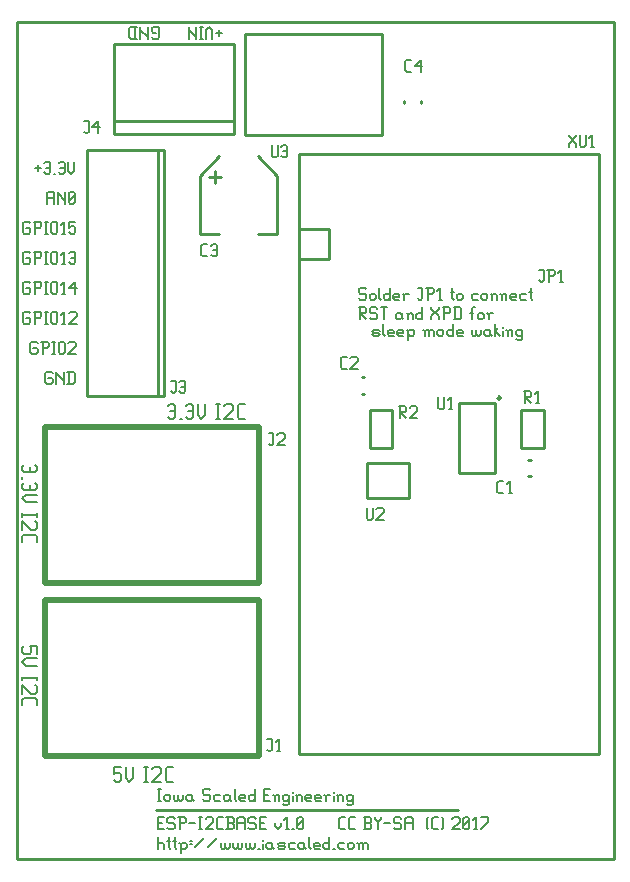
<source format=gbr>
G04 start of page 8 for group -4079 idx -4079 *
G04 Title: (unknown), topsilk *
G04 Creator: pcb 20140316 *
G04 CreationDate: Mon 17 Apr 2017 07:18:47 PM GMT UTC *
G04 For: ndholmes *
G04 Format: Gerber/RS-274X *
G04 PCB-Dimensions (mil): 2000.00 2800.00 *
G04 PCB-Coordinate-Origin: lower left *
%MOIN*%
%FSLAX25Y25*%
%LNTOPSILK*%
%ADD82C,0.0200*%
%ADD81C,0.0080*%
%ADD80C,0.0100*%
G54D80*X500Y279500D02*X199500D01*
Y500D01*
X500D01*
Y279500D01*
X47000Y17000D02*X147500D01*
G54D81*X47500Y24000D02*X48500D01*
X48000D02*Y20000D01*
X47500D02*X48500D01*
X49700Y21500D02*Y20500D01*
Y21500D02*X50200Y22000D01*
X51200D01*
X51700Y21500D01*
Y20500D01*
X51200Y20000D02*X51700Y20500D01*
X50200Y20000D02*X51200D01*
X49700Y20500D02*X50200Y20000D01*
X52900Y22000D02*Y20500D01*
X53400Y20000D01*
X53900D01*
X54400Y20500D01*
Y22000D02*Y20500D01*
X54900Y20000D01*
X55400D01*
X55900Y20500D01*
Y22000D02*Y20500D01*
X58600Y22000D02*X59100Y21500D01*
X57600Y22000D02*X58600D01*
X57100Y21500D02*X57600Y22000D01*
X57100Y21500D02*Y20500D01*
X57600Y20000D01*
X59100Y22000D02*Y20500D01*
X59600Y20000D01*
X57600D02*X58600D01*
X59100Y20500D01*
X64600Y24000D02*X65100Y23500D01*
X63100Y24000D02*X64600D01*
X62600Y23500D02*X63100Y24000D01*
X62600Y23500D02*Y22500D01*
X63100Y22000D01*
X64600D01*
X65100Y21500D01*
Y20500D01*
X64600Y20000D02*X65100Y20500D01*
X63100Y20000D02*X64600D01*
X62600Y20500D02*X63100Y20000D01*
X66800Y22000D02*X68300D01*
X66300Y21500D02*X66800Y22000D01*
X66300Y21500D02*Y20500D01*
X66800Y20000D01*
X68300D01*
X71000Y22000D02*X71500Y21500D01*
X70000Y22000D02*X71000D01*
X69500Y21500D02*X70000Y22000D01*
X69500Y21500D02*Y20500D01*
X70000Y20000D01*
X71500Y22000D02*Y20500D01*
X72000Y20000D01*
X70000D02*X71000D01*
X71500Y20500D01*
X73200Y24000D02*Y20500D01*
X73700Y20000D01*
X75200D02*X76700D01*
X74700Y20500D02*X75200Y20000D01*
X74700Y21500D02*Y20500D01*
Y21500D02*X75200Y22000D01*
X76200D01*
X76700Y21500D01*
X74700Y21000D02*X76700D01*
Y21500D02*Y21000D01*
X79900Y24000D02*Y20000D01*
X79400D02*X79900Y20500D01*
X78400Y20000D02*X79400D01*
X77900Y20500D02*X78400Y20000D01*
X77900Y21500D02*Y20500D01*
Y21500D02*X78400Y22000D01*
X79400D01*
X79900Y21500D01*
X82900Y22000D02*X84400D01*
X82900Y20000D02*X84900D01*
X82900Y24000D02*Y20000D01*
Y24000D02*X84900D01*
X86600Y21500D02*Y20000D01*
Y21500D02*X87100Y22000D01*
X87600D01*
X88100Y21500D01*
Y20000D01*
X86100Y22000D02*X86600Y21500D01*
X90800Y22000D02*X91300Y21500D01*
X89800Y22000D02*X90800D01*
X89300Y21500D02*X89800Y22000D01*
X89300Y21500D02*Y20500D01*
X89800Y20000D01*
X90800D01*
X91300Y20500D01*
X89300Y19000D02*X89800Y18500D01*
X90800D01*
X91300Y19000D01*
Y22000D02*Y19000D01*
X92500Y23000D02*Y22500D01*
Y21500D02*Y20000D01*
X94000Y21500D02*Y20000D01*
Y21500D02*X94500Y22000D01*
X95000D01*
X95500Y21500D01*
Y20000D01*
X93500Y22000D02*X94000Y21500D01*
X97200Y20000D02*X98700D01*
X96700Y20500D02*X97200Y20000D01*
X96700Y21500D02*Y20500D01*
Y21500D02*X97200Y22000D01*
X98200D01*
X98700Y21500D01*
X96700Y21000D02*X98700D01*
Y21500D02*Y21000D01*
X100400Y20000D02*X101900D01*
X99900Y20500D02*X100400Y20000D01*
X99900Y21500D02*Y20500D01*
Y21500D02*X100400Y22000D01*
X101400D01*
X101900Y21500D01*
X99900Y21000D02*X101900D01*
Y21500D02*Y21000D01*
X103600Y21500D02*Y20000D01*
Y21500D02*X104100Y22000D01*
X105100D01*
X103100D02*X103600Y21500D01*
X106300Y23000D02*Y22500D01*
Y21500D02*Y20000D01*
X107800Y21500D02*Y20000D01*
Y21500D02*X108300Y22000D01*
X108800D01*
X109300Y21500D01*
Y20000D01*
X107300Y22000D02*X107800Y21500D01*
X112000Y22000D02*X112500Y21500D01*
X111000Y22000D02*X112000D01*
X110500Y21500D02*X111000Y22000D01*
X110500Y21500D02*Y20500D01*
X111000Y20000D01*
X112000D01*
X112500Y20500D01*
X110500Y19000D02*X111000Y18500D01*
X112000D01*
X112500Y19000D01*
Y22000D02*Y19000D01*
X33000Y31280D02*X35440D01*
X33000D02*Y28840D01*
X33610Y29450D01*
X34830D01*
X35440Y28840D01*
Y27010D01*
X34830Y26400D02*X35440Y27010D01*
X33610Y26400D02*X34830D01*
X33000Y27010D02*X33610Y26400D01*
X36904Y31280D02*Y27620D01*
X38124Y26400D01*
X39344Y27620D01*
Y31280D02*Y27620D01*
X43004Y31280D02*X44224D01*
X43614D02*Y26400D01*
X43004D02*X44224D01*
X45688Y30670D02*X46298Y31280D01*
X48128D01*
X48738Y30670D01*
Y29450D01*
X45688Y26400D02*X48738Y29450D01*
X45688Y26400D02*X48738D01*
X50812D02*X52642D01*
X50202Y27010D02*X50812Y26400D01*
X50202Y30670D02*Y27010D01*
Y30670D02*X50812Y31280D01*
X52642D01*
X47500Y12500D02*X49000D01*
X47500Y10500D02*X49500D01*
X47500Y14500D02*Y10500D01*
Y14500D02*X49500D01*
X52700D02*X53200Y14000D01*
X51200Y14500D02*X52700D01*
X50700Y14000D02*X51200Y14500D01*
X50700Y14000D02*Y13000D01*
X51200Y12500D01*
X52700D01*
X53200Y12000D01*
Y11000D01*
X52700Y10500D02*X53200Y11000D01*
X51200Y10500D02*X52700D01*
X50700Y11000D02*X51200Y10500D01*
X54900Y14500D02*Y10500D01*
X54400Y14500D02*X56400D01*
X56900Y14000D01*
Y13000D01*
X56400Y12500D02*X56900Y13000D01*
X54900Y12500D02*X56400D01*
X58100D02*X60100D01*
X61300Y14500D02*X62300D01*
X61800D02*Y10500D01*
X61300D02*X62300D01*
X63500Y14000D02*X64000Y14500D01*
X65500D01*
X66000Y14000D01*
Y13000D01*
X63500Y10500D02*X66000Y13000D01*
X63500Y10500D02*X66000D01*
X67700D02*X69200D01*
X67200Y11000D02*X67700Y10500D01*
X67200Y14000D02*Y11000D01*
Y14000D02*X67700Y14500D01*
X69200D01*
X70400Y10500D02*X72400D01*
X72900Y11000D01*
Y12000D02*Y11000D01*
X72400Y12500D02*X72900Y12000D01*
X70900Y12500D02*X72400D01*
X70900Y14500D02*Y10500D01*
X70400Y14500D02*X72400D01*
X72900Y14000D01*
Y13000D01*
X72400Y12500D02*X72900Y13000D01*
X74100Y14000D02*Y10500D01*
Y14000D02*X74600Y14500D01*
X76100D01*
X76600Y14000D01*
Y10500D01*
X74100Y12500D02*X76600D01*
X79800Y14500D02*X80300Y14000D01*
X78300Y14500D02*X79800D01*
X77800Y14000D02*X78300Y14500D01*
X77800Y14000D02*Y13000D01*
X78300Y12500D01*
X79800D01*
X80300Y12000D01*
Y11000D01*
X79800Y10500D02*X80300Y11000D01*
X78300Y10500D02*X79800D01*
X77800Y11000D02*X78300Y10500D01*
X81500Y12500D02*X83000D01*
X81500Y10500D02*X83500D01*
X81500Y14500D02*Y10500D01*
Y14500D02*X83500D01*
X86500Y12500D02*Y11500D01*
X87500Y10500D01*
X88500Y11500D01*
Y12500D02*Y11500D01*
X90200Y10500D02*X91200D01*
X90700Y14500D02*Y10500D01*
X89700Y13500D02*X90700Y14500D01*
X92400Y10500D02*X92900D01*
X94100Y11000D02*X94600Y10500D01*
X94100Y14000D02*Y11000D01*
Y14000D02*X94600Y14500D01*
X95600D01*
X96100Y14000D01*
Y11000D01*
X95600Y10500D02*X96100Y11000D01*
X94600Y10500D02*X95600D01*
X94100Y11500D02*X96100Y13500D01*
X47500Y8000D02*Y4000D01*
Y5500D02*X48000Y6000D01*
X49000D01*
X49500Y5500D01*
Y4000D01*
X51200Y8000D02*Y4500D01*
X51700Y4000D01*
X50700Y6500D02*X51700D01*
X53200Y8000D02*Y4500D01*
X53700Y4000D01*
X52700Y6500D02*X53700D01*
X55200Y5500D02*Y2500D01*
X54700Y6000D02*X55200Y5500D01*
X55700Y6000D01*
X56700D01*
X57200Y5500D01*
Y4500D01*
X56700Y4000D02*X57200Y4500D01*
X55700Y4000D02*X56700D01*
X55200Y4500D02*X55700Y4000D01*
X58400Y6500D02*X58900D01*
X58400Y5500D02*X58900D01*
X60100Y4500D02*X63100Y7500D01*
X64300Y4500D02*X67300Y7500D01*
X68500Y6000D02*Y4500D01*
X69000Y4000D01*
X69500D01*
X70000Y4500D01*
Y6000D02*Y4500D01*
X70500Y4000D01*
X71000D01*
X71500Y4500D01*
Y6000D02*Y4500D01*
X72700Y6000D02*Y4500D01*
X73200Y4000D01*
X73700D01*
X74200Y4500D01*
Y6000D02*Y4500D01*
X74700Y4000D01*
X75200D01*
X75700Y4500D01*
Y6000D02*Y4500D01*
X76900Y6000D02*Y4500D01*
X77400Y4000D01*
X77900D01*
X78400Y4500D01*
Y6000D02*Y4500D01*
X78900Y4000D01*
X79400D01*
X79900Y4500D01*
Y6000D02*Y4500D01*
X81100Y4000D02*X81600D01*
X82800Y7000D02*Y6500D01*
Y5500D02*Y4000D01*
X85300Y6000D02*X85800Y5500D01*
X84300Y6000D02*X85300D01*
X83800Y5500D02*X84300Y6000D01*
X83800Y5500D02*Y4500D01*
X84300Y4000D01*
X85800Y6000D02*Y4500D01*
X86300Y4000D01*
X84300D02*X85300D01*
X85800Y4500D01*
X88000Y4000D02*X89500D01*
X90000Y4500D01*
X89500Y5000D02*X90000Y4500D01*
X88000Y5000D02*X89500D01*
X87500Y5500D02*X88000Y5000D01*
X87500Y5500D02*X88000Y6000D01*
X89500D01*
X90000Y5500D01*
X87500Y4500D02*X88000Y4000D01*
X91700Y6000D02*X93200D01*
X91200Y5500D02*X91700Y6000D01*
X91200Y5500D02*Y4500D01*
X91700Y4000D01*
X93200D01*
X95900Y6000D02*X96400Y5500D01*
X94900Y6000D02*X95900D01*
X94400Y5500D02*X94900Y6000D01*
X94400Y5500D02*Y4500D01*
X94900Y4000D01*
X96400Y6000D02*Y4500D01*
X96900Y4000D01*
X94900D02*X95900D01*
X96400Y4500D01*
X98100Y8000D02*Y4500D01*
X98600Y4000D01*
X100100D02*X101600D01*
X99600Y4500D02*X100100Y4000D01*
X99600Y5500D02*Y4500D01*
Y5500D02*X100100Y6000D01*
X101100D01*
X101600Y5500D01*
X99600Y5000D02*X101600D01*
Y5500D02*Y5000D01*
X104800Y8000D02*Y4000D01*
X104300D02*X104800Y4500D01*
X103300Y4000D02*X104300D01*
X102800Y4500D02*X103300Y4000D01*
X102800Y5500D02*Y4500D01*
Y5500D02*X103300Y6000D01*
X104300D01*
X104800Y5500D01*
X106000Y4000D02*X106500D01*
X108200Y6000D02*X109700D01*
X107700Y5500D02*X108200Y6000D01*
X107700Y5500D02*Y4500D01*
X108200Y4000D01*
X109700D01*
X110900Y5500D02*Y4500D01*
Y5500D02*X111400Y6000D01*
X112400D01*
X112900Y5500D01*
Y4500D01*
X112400Y4000D02*X112900Y4500D01*
X111400Y4000D02*X112400D01*
X110900Y4500D02*X111400Y4000D01*
X114600Y5500D02*Y4000D01*
Y5500D02*X115100Y6000D01*
X115600D01*
X116100Y5500D01*
Y4000D01*
Y5500D02*X116600Y6000D01*
X117100D01*
X117600Y5500D01*
Y4000D01*
X114100Y6000D02*X114600Y5500D01*
X108500Y10500D02*X110000D01*
X108000Y11000D02*X108500Y10500D01*
X108000Y14000D02*Y11000D01*
Y14000D02*X108500Y14500D01*
X110000D01*
X111700Y10500D02*X113200D01*
X111200Y11000D02*X111700Y10500D01*
X111200Y14000D02*Y11000D01*
Y14000D02*X111700Y14500D01*
X113200D01*
X116200Y10500D02*X118200D01*
X118700Y11000D01*
Y12000D02*Y11000D01*
X118200Y12500D02*X118700Y12000D01*
X116700Y12500D02*X118200D01*
X116700Y14500D02*Y10500D01*
X116200Y14500D02*X118200D01*
X118700Y14000D01*
Y13000D01*
X118200Y12500D02*X118700Y13000D01*
X119900Y14500D02*Y14000D01*
X120900Y13000D01*
X121900Y14000D01*
Y14500D02*Y14000D01*
X120900Y13000D02*Y10500D01*
X123100Y12500D02*X125100D01*
X128300Y14500D02*X128800Y14000D01*
X126800Y14500D02*X128300D01*
X126300Y14000D02*X126800Y14500D01*
X126300Y14000D02*Y13000D01*
X126800Y12500D01*
X128300D01*
X128800Y12000D01*
Y11000D01*
X128300Y10500D02*X128800Y11000D01*
X126800Y10500D02*X128300D01*
X126300Y11000D02*X126800Y10500D01*
X130000Y14000D02*Y10500D01*
Y14000D02*X130500Y14500D01*
X132000D01*
X132500Y14000D01*
Y10500D01*
X130000Y12500D02*X132500D01*
X137300Y11000D02*X137800Y10500D01*
X137300Y14000D02*X137800Y14500D01*
X137300Y14000D02*Y11000D01*
X139500Y10500D02*X141000D01*
X139000Y11000D02*X139500Y10500D01*
X139000Y14000D02*Y11000D01*
Y14000D02*X139500Y14500D01*
X141000D01*
X142200D02*X142700Y14000D01*
Y11000D01*
X142200Y10500D02*X142700Y11000D01*
X145700Y14000D02*X146200Y14500D01*
X147700D01*
X148200Y14000D01*
Y13000D01*
X145700Y10500D02*X148200Y13000D01*
X145700Y10500D02*X148200D01*
X149400Y11000D02*X149900Y10500D01*
X149400Y14000D02*Y11000D01*
Y14000D02*X149900Y14500D01*
X150900D01*
X151400Y14000D01*
Y11000D01*
X150900Y10500D02*X151400Y11000D01*
X149900Y10500D02*X150900D01*
X149400Y11500D02*X151400Y13500D01*
X153100Y10500D02*X154100D01*
X153600Y14500D02*Y10500D01*
X152600Y13500D02*X153600Y14500D01*
X155300Y10500D02*X157800Y13000D01*
Y14500D02*Y13000D01*
X155300Y14500D02*X157800D01*
X6500Y231000D02*X8500D01*
X7500Y232000D02*Y230000D01*
X9700Y232500D02*X10200Y233000D01*
X11200D01*
X11700Y232500D01*
Y229500D01*
X11200Y229000D02*X11700Y229500D01*
X10200Y229000D02*X11200D01*
X9700Y229500D02*X10200Y229000D01*
Y231000D02*X11700D01*
X12900Y229000D02*X13400D01*
X14600Y232500D02*X15100Y233000D01*
X16100D01*
X16600Y232500D01*
Y229500D01*
X16100Y229000D02*X16600Y229500D01*
X15100Y229000D02*X16100D01*
X14600Y229500D02*X15100Y229000D01*
Y231000D02*X16600D01*
X17800Y233000D02*Y230000D01*
X18800Y229000D01*
X19800Y230000D01*
Y233000D02*Y230000D01*
X10500Y222500D02*Y219000D01*
Y222500D02*X11000Y223000D01*
X12500D01*
X13000Y222500D01*
Y219000D01*
X10500Y221000D02*X13000D01*
X14200Y223000D02*Y219000D01*
Y223000D02*Y222500D01*
X16700Y220000D01*
Y223000D02*Y219000D01*
X17900Y219500D02*X18400Y219000D01*
X17900Y222500D02*Y219500D01*
Y222500D02*X18400Y223000D01*
X19400D01*
X19900Y222500D01*
Y219500D01*
X19400Y219000D02*X19900Y219500D01*
X18400Y219000D02*X19400D01*
X17900Y220000D02*X19900Y222000D01*
X4500Y213000D02*X5000Y212500D01*
X3000Y213000D02*X4500D01*
X2500Y212500D02*X3000Y213000D01*
X2500Y212500D02*Y209500D01*
X3000Y209000D01*
X4500D01*
X5000Y209500D01*
Y210500D02*Y209500D01*
X4500Y211000D02*X5000Y210500D01*
X3500Y211000D02*X4500D01*
X6700Y213000D02*Y209000D01*
X6200Y213000D02*X8200D01*
X8700Y212500D01*
Y211500D01*
X8200Y211000D02*X8700Y211500D01*
X6700Y211000D02*X8200D01*
X9900Y213000D02*X10900D01*
X10400D02*Y209000D01*
X9900D02*X10900D01*
X12100Y212500D02*Y209500D01*
Y212500D02*X12600Y213000D01*
X13600D01*
X14100Y212500D01*
Y209500D01*
X13600Y209000D02*X14100Y209500D01*
X12600Y209000D02*X13600D01*
X12100Y209500D02*X12600Y209000D01*
X15800D02*X16800D01*
X16300Y213000D02*Y209000D01*
X15300Y212000D02*X16300Y213000D01*
X18000D02*X20000D01*
X18000D02*Y211000D01*
X18500Y211500D01*
X19500D01*
X20000Y211000D01*
Y209500D01*
X19500Y209000D02*X20000Y209500D01*
X18500Y209000D02*X19500D01*
X18000Y209500D02*X18500Y209000D01*
X4500Y203000D02*X5000Y202500D01*
X3000Y203000D02*X4500D01*
X2500Y202500D02*X3000Y203000D01*
X2500Y202500D02*Y199500D01*
X3000Y199000D01*
X4500D01*
X5000Y199500D01*
Y200500D02*Y199500D01*
X4500Y201000D02*X5000Y200500D01*
X3500Y201000D02*X4500D01*
X6700Y203000D02*Y199000D01*
X6200Y203000D02*X8200D01*
X8700Y202500D01*
Y201500D01*
X8200Y201000D02*X8700Y201500D01*
X6700Y201000D02*X8200D01*
X9900Y203000D02*X10900D01*
X10400D02*Y199000D01*
X9900D02*X10900D01*
X12100Y202500D02*Y199500D01*
Y202500D02*X12600Y203000D01*
X13600D01*
X14100Y202500D01*
Y199500D01*
X13600Y199000D02*X14100Y199500D01*
X12600Y199000D02*X13600D01*
X12100Y199500D02*X12600Y199000D01*
X15800D02*X16800D01*
X16300Y203000D02*Y199000D01*
X15300Y202000D02*X16300Y203000D01*
X18000Y202500D02*X18500Y203000D01*
X19500D01*
X20000Y202500D01*
Y199500D01*
X19500Y199000D02*X20000Y199500D01*
X18500Y199000D02*X19500D01*
X18000Y199500D02*X18500Y199000D01*
Y201000D02*X20000D01*
X4500Y183000D02*X5000Y182500D01*
X3000Y183000D02*X4500D01*
X2500Y182500D02*X3000Y183000D01*
X2500Y182500D02*Y179500D01*
X3000Y179000D01*
X4500D01*
X5000Y179500D01*
Y180500D02*Y179500D01*
X4500Y181000D02*X5000Y180500D01*
X3500Y181000D02*X4500D01*
X6700Y183000D02*Y179000D01*
X6200Y183000D02*X8200D01*
X8700Y182500D01*
Y181500D01*
X8200Y181000D02*X8700Y181500D01*
X6700Y181000D02*X8200D01*
X9900Y183000D02*X10900D01*
X10400D02*Y179000D01*
X9900D02*X10900D01*
X12100Y182500D02*Y179500D01*
Y182500D02*X12600Y183000D01*
X13600D01*
X14100Y182500D01*
Y179500D01*
X13600Y179000D02*X14100Y179500D01*
X12600Y179000D02*X13600D01*
X12100Y179500D02*X12600Y179000D01*
X15800D02*X16800D01*
X16300Y183000D02*Y179000D01*
X15300Y182000D02*X16300Y183000D01*
X18000Y182500D02*X18500Y183000D01*
X20000D01*
X20500Y182500D01*
Y181500D01*
X18000Y179000D02*X20500Y181500D01*
X18000Y179000D02*X20500D01*
X4500Y193000D02*X5000Y192500D01*
X3000Y193000D02*X4500D01*
X2500Y192500D02*X3000Y193000D01*
X2500Y192500D02*Y189500D01*
X3000Y189000D01*
X4500D01*
X5000Y189500D01*
Y190500D02*Y189500D01*
X4500Y191000D02*X5000Y190500D01*
X3500Y191000D02*X4500D01*
X6700Y193000D02*Y189000D01*
X6200Y193000D02*X8200D01*
X8700Y192500D01*
Y191500D01*
X8200Y191000D02*X8700Y191500D01*
X6700Y191000D02*X8200D01*
X9900Y193000D02*X10900D01*
X10400D02*Y189000D01*
X9900D02*X10900D01*
X12100Y192500D02*Y189500D01*
Y192500D02*X12600Y193000D01*
X13600D01*
X14100Y192500D01*
Y189500D01*
X13600Y189000D02*X14100Y189500D01*
X12600Y189000D02*X13600D01*
X12100Y189500D02*X12600Y189000D01*
X15800D02*X16800D01*
X16300Y193000D02*Y189000D01*
X15300Y192000D02*X16300Y193000D01*
X18000Y191000D02*X20000Y193000D01*
X18000Y191000D02*X20500D01*
X20000Y193000D02*Y189000D01*
X6670Y132000D02*X7280Y131390D01*
Y130170D01*
X6670Y129560D01*
X3010D02*X6670D01*
X2400Y130170D02*X3010Y129560D01*
X2400Y131390D02*Y130170D01*
X3010Y132000D02*X2400Y131390D01*
X4840D02*Y129560D01*
X2400Y128096D02*Y127486D01*
X6670Y126022D02*X7280Y125412D01*
Y124192D01*
X6670Y123582D01*
X3010D02*X6670D01*
X2400Y124192D02*X3010Y123582D01*
X2400Y125412D02*Y124192D01*
X3010Y126022D02*X2400Y125412D01*
X4840D02*Y123582D01*
X3620Y122118D02*X7280D01*
X3620D02*X2400Y120898D01*
X3620Y119678D01*
X7280D01*
Y116018D02*Y114798D01*
X2400Y115408D02*X7280D01*
X2400Y116018D02*Y114798D01*
X6670Y113334D02*X7280Y112724D01*
Y110894D01*
X6670Y110284D01*
X5450D02*X6670D01*
X2400Y113334D02*X5450Y110284D01*
X2400Y113334D02*Y110284D01*
Y108210D02*Y106380D01*
X3010Y108820D02*X2400Y108210D01*
X3010Y108820D02*X6670D01*
X7280Y108210D01*
Y106380D01*
Y71500D02*Y69060D01*
X4840Y71500D02*X7280D01*
X4840D02*X5450Y70890D01*
Y69670D01*
X4840Y69060D01*
X3010D02*X4840D01*
X2400Y69670D02*X3010Y69060D01*
X2400Y70890D02*Y69670D01*
X3010Y71500D02*X2400Y70890D01*
X3620Y67596D02*X7280D01*
X3620D02*X2400Y66376D01*
X3620Y65156D01*
X7280D01*
Y61496D02*Y60276D01*
X2400Y60886D02*X7280D01*
X2400Y61496D02*Y60276D01*
X6670Y58812D02*X7280Y58202D01*
Y56372D01*
X6670Y55762D01*
X5450D02*X6670D01*
X2400Y58812D02*X5450Y55762D01*
X2400Y58812D02*Y55762D01*
Y53688D02*Y51858D01*
X3010Y54298D02*X2400Y53688D01*
X3010Y54298D02*X6670D01*
X7280Y53688D01*
Y51858D01*
X12000Y163000D02*X12500Y162500D01*
X10500Y163000D02*X12000D01*
X10000Y162500D02*X10500Y163000D01*
X10000Y162500D02*Y159500D01*
X10500Y159000D01*
X12000D01*
X12500Y159500D01*
Y160500D02*Y159500D01*
X12000Y161000D02*X12500Y160500D01*
X11000Y161000D02*X12000D01*
X13700Y163000D02*Y159000D01*
Y163000D02*Y162500D01*
X16200Y160000D01*
Y163000D02*Y159000D01*
X17900Y163000D02*Y159000D01*
X19400Y163000D02*X19900Y162500D01*
Y159500D01*
X19400Y159000D02*X19900Y159500D01*
X17400Y159000D02*X19400D01*
X17400Y163000D02*X19400D01*
X51000Y151670D02*X51610Y152280D01*
X52830D01*
X53440Y151670D01*
Y148010D01*
X52830Y147400D02*X53440Y148010D01*
X51610Y147400D02*X52830D01*
X51000Y148010D02*X51610Y147400D01*
Y149840D02*X53440D01*
X54904Y147400D02*X55514D01*
X56978Y151670D02*X57588Y152280D01*
X58808D01*
X59418Y151670D01*
Y148010D01*
X58808Y147400D02*X59418Y148010D01*
X57588Y147400D02*X58808D01*
X56978Y148010D02*X57588Y147400D01*
Y149840D02*X59418D01*
X60882Y152280D02*Y148620D01*
X62102Y147400D01*
X63322Y148620D01*
Y152280D02*Y148620D01*
X66982Y152280D02*X68202D01*
X67592D02*Y147400D01*
X66982D02*X68202D01*
X69666Y151670D02*X70276Y152280D01*
X72106D01*
X72716Y151670D01*
Y150450D01*
X69666Y147400D02*X72716Y150450D01*
X69666Y147400D02*X72716D01*
X74790D02*X76620D01*
X74180Y148010D02*X74790Y147400D01*
X74180Y151670D02*Y148010D01*
Y151670D02*X74790Y152280D01*
X76620D01*
X7000Y173000D02*X7500Y172500D01*
X5500Y173000D02*X7000D01*
X5000Y172500D02*X5500Y173000D01*
X5000Y172500D02*Y169500D01*
X5500Y169000D01*
X7000D01*
X7500Y169500D01*
Y170500D02*Y169500D01*
X7000Y171000D02*X7500Y170500D01*
X6000Y171000D02*X7000D01*
X9200Y173000D02*Y169000D01*
X8700Y173000D02*X10700D01*
X11200Y172500D01*
Y171500D01*
X10700Y171000D02*X11200Y171500D01*
X9200Y171000D02*X10700D01*
X12400Y173000D02*X13400D01*
X12900D02*Y169000D01*
X12400D02*X13400D01*
X14600Y172500D02*Y169500D01*
Y172500D02*X15100Y173000D01*
X16100D01*
X16600Y172500D01*
Y169500D01*
X16100Y169000D02*X16600Y169500D01*
X15100Y169000D02*X16100D01*
X14600Y169500D02*X15100Y169000D01*
X17800Y172500D02*X18300Y173000D01*
X19800D01*
X20300Y172500D01*
Y171500D01*
X17800Y169000D02*X20300Y171500D01*
X17800Y169000D02*X20300D01*
X46000Y274000D02*X45500Y274500D01*
X46000Y274000D02*X47500D01*
X48000Y274500D02*X47500Y274000D01*
X48000Y277500D02*Y274500D01*
Y277500D02*X47500Y278000D01*
X46000D02*X47500D01*
X46000D02*X45500Y277500D01*
Y276500D01*
X46000Y276000D02*X45500Y276500D01*
X46000Y276000D02*X47000D01*
X44300Y278000D02*Y274000D01*
Y274500D02*Y274000D01*
Y274500D02*X41800Y277000D01*
Y278000D02*Y274000D01*
X40100Y278000D02*Y274000D01*
X38600D02*X38100Y274500D01*
Y277500D02*Y274500D01*
X38600Y278000D02*X38100Y277500D01*
X38600Y278000D02*X40600D01*
X38600Y274000D02*X40600D01*
X67000Y276000D02*X69000D01*
X68000Y277000D02*Y275000D01*
X65800Y277000D02*Y274000D01*
Y277000D02*X64800Y278000D01*
X63800Y277000D01*
Y274000D01*
X61600D02*X62600D01*
X62100Y278000D02*Y274000D01*
X61600Y278000D02*X62600D01*
X60400D02*Y274000D01*
Y274500D02*Y274000D01*
Y274500D02*X57900Y277000D01*
Y278000D02*Y274000D01*
X114500Y184500D02*X116500D01*
X117000Y184000D01*
Y183000D01*
X116500Y182500D02*X117000Y183000D01*
X115000Y182500D02*X116500D01*
X115000Y184500D02*Y180500D01*
Y182500D02*X117000Y180500D01*
X120200Y184500D02*X120700Y184000D01*
X118700Y184500D02*X120200D01*
X118200Y184000D02*X118700Y184500D01*
X118200Y184000D02*Y183000D01*
X118700Y182500D01*
X120200D01*
X120700Y182000D01*
Y181000D01*
X120200Y180500D02*X120700Y181000D01*
X118700Y180500D02*X120200D01*
X118200Y181000D02*X118700Y180500D01*
X121900Y184500D02*X123900D01*
X122900D02*Y180500D01*
X128400Y182500D02*X128900Y182000D01*
X127400Y182500D02*X128400D01*
X126900Y182000D02*X127400Y182500D01*
X126900Y182000D02*Y181000D01*
X127400Y180500D01*
X128900Y182500D02*Y181000D01*
X129400Y180500D01*
X127400D02*X128400D01*
X128900Y181000D01*
X131100Y182000D02*Y180500D01*
Y182000D02*X131600Y182500D01*
X132100D01*
X132600Y182000D01*
Y180500D01*
X130600Y182500D02*X131100Y182000D01*
X135800Y184500D02*Y180500D01*
X135300D02*X135800Y181000D01*
X134300Y180500D02*X135300D01*
X133800Y181000D02*X134300Y180500D01*
X133800Y182000D02*Y181000D01*
Y182000D02*X134300Y182500D01*
X135300D01*
X135800Y182000D01*
X138800Y184500D02*Y184000D01*
X141300Y181500D01*
Y180500D01*
X138800Y181500D02*Y180500D01*
Y181500D02*X141300Y184000D01*
Y184500D02*Y184000D01*
X143000Y184500D02*Y180500D01*
X142500Y184500D02*X144500D01*
X145000Y184000D01*
Y183000D01*
X144500Y182500D02*X145000Y183000D01*
X143000Y182500D02*X144500D01*
X146700Y184500D02*Y180500D01*
X148200Y184500D02*X148700Y184000D01*
Y181000D01*
X148200Y180500D02*X148700Y181000D01*
X146200Y180500D02*X148200D01*
X146200Y184500D02*X148200D01*
X152200Y184000D02*Y180500D01*
Y184000D02*X152700Y184500D01*
X153200D01*
X151700Y182500D02*X152700D01*
X154200Y182000D02*Y181000D01*
Y182000D02*X154700Y182500D01*
X155700D01*
X156200Y182000D01*
Y181000D01*
X155700Y180500D02*X156200Y181000D01*
X154700Y180500D02*X155700D01*
X154200Y181000D02*X154700Y180500D01*
X157900Y182000D02*Y180500D01*
Y182000D02*X158400Y182500D01*
X159400D01*
X157400D02*X157900Y182000D01*
X119500Y175000D02*X121000D01*
X121500Y175500D01*
X121000Y176000D02*X121500Y175500D01*
X119500Y176000D02*X121000D01*
X119000Y176500D02*X119500Y176000D01*
X119000Y176500D02*X119500Y177000D01*
X121000D01*
X121500Y176500D01*
X119000Y175500D02*X119500Y175000D01*
X122700Y179000D02*Y175500D01*
X123200Y175000D01*
X124700D02*X126200D01*
X124200Y175500D02*X124700Y175000D01*
X124200Y176500D02*Y175500D01*
Y176500D02*X124700Y177000D01*
X125700D01*
X126200Y176500D01*
X124200Y176000D02*X126200D01*
Y176500D02*Y176000D01*
X127900Y175000D02*X129400D01*
X127400Y175500D02*X127900Y175000D01*
X127400Y176500D02*Y175500D01*
Y176500D02*X127900Y177000D01*
X128900D01*
X129400Y176500D01*
X127400Y176000D02*X129400D01*
Y176500D02*Y176000D01*
X131100Y176500D02*Y173500D01*
X130600Y177000D02*X131100Y176500D01*
X131600Y177000D01*
X132600D01*
X133100Y176500D01*
Y175500D01*
X132600Y175000D02*X133100Y175500D01*
X131600Y175000D02*X132600D01*
X131100Y175500D02*X131600Y175000D01*
X136600Y176500D02*Y175000D01*
Y176500D02*X137100Y177000D01*
X137600D01*
X138100Y176500D01*
Y175000D01*
Y176500D02*X138600Y177000D01*
X139100D01*
X139600Y176500D01*
Y175000D01*
X136100Y177000D02*X136600Y176500D01*
X140800D02*Y175500D01*
Y176500D02*X141300Y177000D01*
X142300D01*
X142800Y176500D01*
Y175500D01*
X142300Y175000D02*X142800Y175500D01*
X141300Y175000D02*X142300D01*
X140800Y175500D02*X141300Y175000D01*
X146000Y179000D02*Y175000D01*
X145500D02*X146000Y175500D01*
X144500Y175000D02*X145500D01*
X144000Y175500D02*X144500Y175000D01*
X144000Y176500D02*Y175500D01*
Y176500D02*X144500Y177000D01*
X145500D01*
X146000Y176500D01*
X147700Y175000D02*X149200D01*
X147200Y175500D02*X147700Y175000D01*
X147200Y176500D02*Y175500D01*
Y176500D02*X147700Y177000D01*
X148700D01*
X149200Y176500D01*
X147200Y176000D02*X149200D01*
Y176500D02*Y176000D01*
X152200Y177000D02*Y175500D01*
X152700Y175000D01*
X153200D01*
X153700Y175500D01*
Y177000D02*Y175500D01*
X154200Y175000D01*
X154700D01*
X155200Y175500D01*
Y177000D02*Y175500D01*
X157900Y177000D02*X158400Y176500D01*
X156900Y177000D02*X157900D01*
X156400Y176500D02*X156900Y177000D01*
X156400Y176500D02*Y175500D01*
X156900Y175000D01*
X158400Y177000D02*Y175500D01*
X158900Y175000D01*
X156900D02*X157900D01*
X158400Y175500D01*
X160100Y179000D02*Y175000D01*
Y176500D02*X161600Y175000D01*
X160100Y176500D02*X161100Y177500D01*
X162800Y178000D02*Y177500D01*
Y176500D02*Y175000D01*
X164300Y176500D02*Y175000D01*
Y176500D02*X164800Y177000D01*
X165300D01*
X165800Y176500D01*
Y175000D01*
X163800Y177000D02*X164300Y176500D01*
X168500Y177000D02*X169000Y176500D01*
X167500Y177000D02*X168500D01*
X167000Y176500D02*X167500Y177000D01*
X167000Y176500D02*Y175500D01*
X167500Y175000D01*
X168500D01*
X169000Y175500D01*
X167000Y174000D02*X167500Y173500D01*
X168500D01*
X169000Y174000D01*
Y177000D02*Y174000D01*
X116500Y191000D02*X117000Y190500D01*
X115000Y191000D02*X116500D01*
X114500Y190500D02*X115000Y191000D01*
X114500Y190500D02*Y189500D01*
X115000Y189000D01*
X116500D01*
X117000Y188500D01*
Y187500D01*
X116500Y187000D02*X117000Y187500D01*
X115000Y187000D02*X116500D01*
X114500Y187500D02*X115000Y187000D01*
X118200Y188500D02*Y187500D01*
Y188500D02*X118700Y189000D01*
X119700D01*
X120200Y188500D01*
Y187500D01*
X119700Y187000D02*X120200Y187500D01*
X118700Y187000D02*X119700D01*
X118200Y187500D02*X118700Y187000D01*
X121400Y191000D02*Y187500D01*
X121900Y187000D01*
X124900Y191000D02*Y187000D01*
X124400D02*X124900Y187500D01*
X123400Y187000D02*X124400D01*
X122900Y187500D02*X123400Y187000D01*
X122900Y188500D02*Y187500D01*
Y188500D02*X123400Y189000D01*
X124400D01*
X124900Y188500D01*
X126600Y187000D02*X128100D01*
X126100Y187500D02*X126600Y187000D01*
X126100Y188500D02*Y187500D01*
Y188500D02*X126600Y189000D01*
X127600D01*
X128100Y188500D01*
X126100Y188000D02*X128100D01*
Y188500D02*Y188000D01*
X129800Y188500D02*Y187000D01*
Y188500D02*X130300Y189000D01*
X131300D01*
X129300D02*X129800Y188500D01*
X134300Y191000D02*X135800D01*
Y187500D01*
X135300Y187000D02*X135800Y187500D01*
X134800Y187000D02*X135300D01*
X134300Y187500D02*X134800Y187000D01*
X137500Y191000D02*Y187000D01*
X137000Y191000D02*X139000D01*
X139500Y190500D01*
Y189500D01*
X139000Y189000D02*X139500Y189500D01*
X137500Y189000D02*X139000D01*
X141200Y187000D02*X142200D01*
X141700Y191000D02*Y187000D01*
X140700Y190000D02*X141700Y191000D01*
X145700D02*Y187500D01*
X146200Y187000D01*
X145200Y189500D02*X146200D01*
X147200Y188500D02*Y187500D01*
Y188500D02*X147700Y189000D01*
X148700D01*
X149200Y188500D01*
Y187500D01*
X148700Y187000D02*X149200Y187500D01*
X147700Y187000D02*X148700D01*
X147200Y187500D02*X147700Y187000D01*
X152700Y189000D02*X154200D01*
X152200Y188500D02*X152700Y189000D01*
X152200Y188500D02*Y187500D01*
X152700Y187000D01*
X154200D01*
X155400Y188500D02*Y187500D01*
Y188500D02*X155900Y189000D01*
X156900D01*
X157400Y188500D01*
Y187500D01*
X156900Y187000D02*X157400Y187500D01*
X155900Y187000D02*X156900D01*
X155400Y187500D02*X155900Y187000D01*
X159100Y188500D02*Y187000D01*
Y188500D02*X159600Y189000D01*
X160100D01*
X160600Y188500D01*
Y187000D01*
X158600Y189000D02*X159100Y188500D01*
X162300D02*Y187000D01*
Y188500D02*X162800Y189000D01*
X163300D01*
X163800Y188500D01*
Y187000D01*
X161800Y189000D02*X162300Y188500D01*
X165500Y187000D02*X167000D01*
X165000Y187500D02*X165500Y187000D01*
X165000Y188500D02*Y187500D01*
Y188500D02*X165500Y189000D01*
X166500D01*
X167000Y188500D01*
X165000Y188000D02*X167000D01*
Y188500D02*Y188000D01*
X168700Y189000D02*X170200D01*
X168200Y188500D02*X168700Y189000D01*
X168200Y188500D02*Y187500D01*
X168700Y187000D01*
X170200D01*
X171900Y191000D02*Y187500D01*
X172400Y187000D01*
X171400Y189500D02*X172400D01*
G54D80*X125741Y150299D02*Y137701D01*
X118259D02*X125741D01*
X118259Y150299D02*Y137701D01*
Y150299D02*X125741D01*
G54D82*X10000Y92500D02*X81300D01*
X10000Y144500D02*X81300D01*
Y92500D01*
X10000Y144500D02*X9980Y92500D01*
X10000Y35000D02*X81300D01*
X10000Y87000D02*X81300D01*
Y35000D01*
X10000Y87000D02*X9980Y35000D01*
G54D80*X33000Y272300D02*X73000D01*
X33000Y242300D02*X73000D01*
X33000Y246700D02*X73000D01*
Y272300D02*Y242300D01*
X33000Y272300D02*Y242300D01*
X61508Y208851D02*X68004D01*
X80996D02*X87492D01*
Y228339D02*Y208851D01*
X61508Y228339D02*Y208851D01*
X87492Y228339D02*X80996Y234835D01*
X61508Y228339D02*X68004Y234835D01*
X64500Y227843D02*X68500D01*
X66500Y229843D02*Y225843D01*
X94500Y235500D02*Y35500D01*
Y235500D02*X194500D01*
Y35500D01*
X94500D02*X194500D01*
X104500Y210500D02*X94500D01*
Y200500D02*X104500D01*
Y210500D01*
X115607Y161255D02*X116393D01*
X115607Y155745D02*X116393D01*
X159906Y152811D02*Y129189D01*
X148094D02*X159906D01*
X148094Y152811D02*Y129189D01*
Y152811D02*X159906D01*
X161406Y154811D02*G75*G03X161406Y154811I0J-500D01*G01*
X117400Y132800D02*X131300D01*
X117400D02*Y121000D01*
X131300D01*
Y132800D02*Y121000D01*
X171064Y133755D02*X171850D01*
X171064Y128245D02*X171850D01*
X176241Y150299D02*Y137701D01*
X168759D02*X176241D01*
X168759Y150299D02*Y137701D01*
Y150299D02*X176241D01*
X24000Y237000D02*X49500D01*
X24000Y155000D02*X49500D01*
Y237000D02*Y155000D01*
X47500Y237000D02*Y155000D01*
X24000Y237000D02*Y155000D01*
X129745Y253393D02*Y252607D01*
X135255Y253393D02*Y252607D01*
X76665Y242126D02*X122335D01*
X76665Y275590D02*X122335D01*
X76665D02*Y242126D01*
X122335Y275590D02*Y242126D01*
G54D81*X23000Y246500D02*X24500D01*
Y243000D01*
X24000Y242500D02*X24500Y243000D01*
X23500Y242500D02*X24000D01*
X23000Y243000D02*X23500Y242500D01*
X25700Y244500D02*X27700Y246500D01*
X25700Y244500D02*X28200D01*
X27700Y246500D02*Y242500D01*
X62657Y201500D02*X64157D01*
X62157Y202000D02*X62657Y201500D01*
X62157Y205000D02*Y202000D01*
Y205000D02*X62657Y205500D01*
X64157D01*
X65357Y205000D02*X65857Y205500D01*
X66857D01*
X67357Y205000D01*
Y202000D01*
X66857Y201500D02*X67357Y202000D01*
X65857Y201500D02*X66857D01*
X65357Y202000D02*X65857Y201500D01*
Y203500D02*X67357D01*
X184500Y242000D02*Y241500D01*
X187000Y239000D01*
Y238000D01*
X184500Y239000D02*Y238000D01*
Y239000D02*X187000Y241500D01*
Y242000D02*Y241500D01*
X188200Y242000D02*Y238500D01*
X188700Y238000D01*
X189700D01*
X190200Y238500D01*
Y242000D02*Y238500D01*
X191900Y238000D02*X192900D01*
X192400Y242000D02*Y238000D01*
X191400Y241000D02*X192400Y242000D01*
X85500Y238500D02*Y235000D01*
X86000Y234500D01*
X87000D01*
X87500Y235000D01*
Y238500D02*Y235000D01*
X88700Y238000D02*X89200Y238500D01*
X90200D01*
X90700Y238000D01*
Y235000D01*
X90200Y234500D02*X90700Y235000D01*
X89200Y234500D02*X90200D01*
X88700Y235000D02*X89200Y234500D01*
Y236500D02*X90700D01*
X174700Y197000D02*X176200D01*
Y193500D01*
X175700Y193000D02*X176200Y193500D01*
X175200Y193000D02*X175700D01*
X174700Y193500D02*X175200Y193000D01*
X177900Y197000D02*Y193000D01*
X177400Y197000D02*X179400D01*
X179900Y196500D01*
Y195500D01*
X179400Y195000D02*X179900Y195500D01*
X177900Y195000D02*X179400D01*
X181600Y193000D02*X182600D01*
X182100Y197000D02*Y193000D01*
X181100Y196000D02*X182100Y197000D01*
X127957Y151500D02*X129957D01*
X130457Y151000D01*
Y150000D01*
X129957Y149500D02*X130457Y150000D01*
X128457Y149500D02*X129957D01*
X128457Y151500D02*Y147500D01*
Y149500D02*X130457Y147500D01*
X131657Y151000D02*X132157Y151500D01*
X133657D01*
X134157Y151000D01*
Y150000D01*
X131657Y147500D02*X134157Y150000D01*
X131657Y147500D02*X134157D01*
X84657Y142500D02*X86157D01*
Y139000D01*
X85657Y138500D02*X86157Y139000D01*
X85157Y138500D02*X85657D01*
X84657Y139000D02*X85157Y138500D01*
X87357Y142000D02*X87857Y142500D01*
X89357D01*
X89857Y142000D01*
Y141000D01*
X87357Y138500D02*X89857Y141000D01*
X87357Y138500D02*X89857D01*
X109002Y164075D02*X110502D01*
X108502Y164575D02*X109002Y164075D01*
X108502Y167575D02*Y164575D01*
Y167575D02*X109002Y168075D01*
X110502D01*
X111702Y167575D02*X112202Y168075D01*
X113702D01*
X114202Y167575D01*
Y166575D01*
X111702Y164075D02*X114202Y166575D01*
X111702Y164075D02*X114202D01*
X52000Y160000D02*X53500D01*
Y156500D01*
X53000Y156000D02*X53500Y156500D01*
X52500Y156000D02*X53000D01*
X52000Y156500D02*X52500Y156000D01*
X54700Y159500D02*X55200Y160000D01*
X56200D01*
X56700Y159500D01*
Y156500D01*
X56200Y156000D02*X56700Y156500D01*
X55200Y156000D02*X56200D01*
X54700Y156500D02*X55200Y156000D01*
Y158000D02*X56700D01*
X117200Y117700D02*Y114200D01*
X117700Y113700D01*
X118700D01*
X119200Y114200D01*
Y117700D02*Y114200D01*
X120400Y117200D02*X120900Y117700D01*
X122400D01*
X122900Y117200D01*
Y116200D01*
X120400Y113700D02*X122900Y116200D01*
X120400Y113700D02*X122900D01*
X161307Y122650D02*X162807D01*
X160807Y123150D02*X161307Y122650D01*
X160807Y126150D02*Y123150D01*
Y126150D02*X161307Y126650D01*
X162807D01*
X164507Y122650D02*X165507D01*
X165007Y126650D02*Y122650D01*
X164007Y125650D02*X165007Y126650D01*
X169600Y156500D02*X171600D01*
X172100Y156000D01*
Y155000D01*
X171600Y154500D02*X172100Y155000D01*
X170100Y154500D02*X171600D01*
X170100Y156500D02*Y152500D01*
Y154500D02*X172100Y152500D01*
X173800D02*X174800D01*
X174300Y156500D02*Y152500D01*
X173300Y155500D02*X174300Y156500D01*
X141000Y154500D02*Y151000D01*
X141500Y150500D01*
X142500D01*
X143000Y151000D01*
Y154500D02*Y151000D01*
X144700Y150500D02*X145700D01*
X145200Y154500D02*Y150500D01*
X144200Y153500D02*X145200Y154500D01*
X130626Y263150D02*X132126D01*
X130126Y263650D02*X130626Y263150D01*
X130126Y266650D02*Y263650D01*
Y266650D02*X130626Y267150D01*
X132126D01*
X133326Y265150D02*X135326Y267150D01*
X133326Y265150D02*X135826D01*
X135326Y267150D02*Y263150D01*
X84157Y40500D02*X85657D01*
Y37000D01*
X85157Y36500D02*X85657Y37000D01*
X84657Y36500D02*X85157D01*
X84157Y37000D02*X84657Y36500D01*
X87357D02*X88357D01*
X87857Y40500D02*Y36500D01*
X86857Y39500D02*X87857Y40500D01*
M02*

</source>
